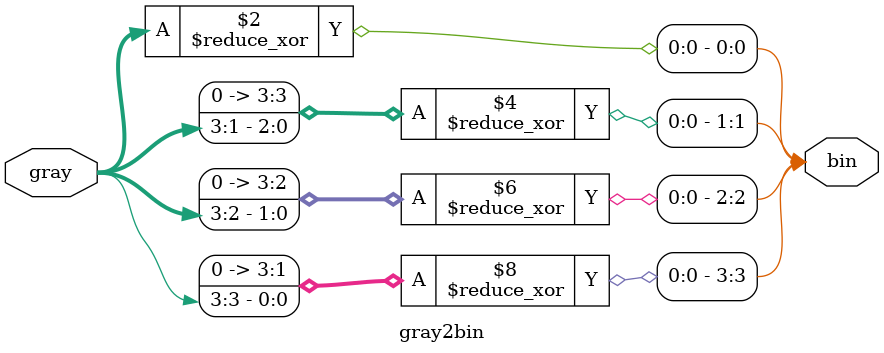
<source format=sv>
`timescale 1ns/1ps
module graycntr #
(
    parameter int SIZE = 4
)
(
    input logic rst,
    input logic clk,
    input logic inc,
    output logic [SIZE-1:0] gray = {SIZE{1'b0}}
);
    logic [SIZE-1:0] bin;
    logic [SIZE-1:0] bin_reg = {SIZE{1'b0}};
    always_ff @(posedge clk or posedge rst) begin
        if (rst) begin
            bin_reg <= {SIZE{1'b0}};
            gray <= {SIZE{1'b0}};
        end
        else begin
            bin_reg <= bin;
            gray <= (bin>>1) ^ bin;
        end
    end
    assign bin = bin_reg + inc;
endmodule

module gray2bin #
(
    parameter int SIZE = 4
)
(
    input logic [SIZE-1:0] gray,
    output logic [SIZE-1:0] bin
);
    genvar i;
    for (i=0; i<SIZE; i=i+1) begin
        assign bin[i] = ^(gray>>i);
    end
endmodule
</source>
